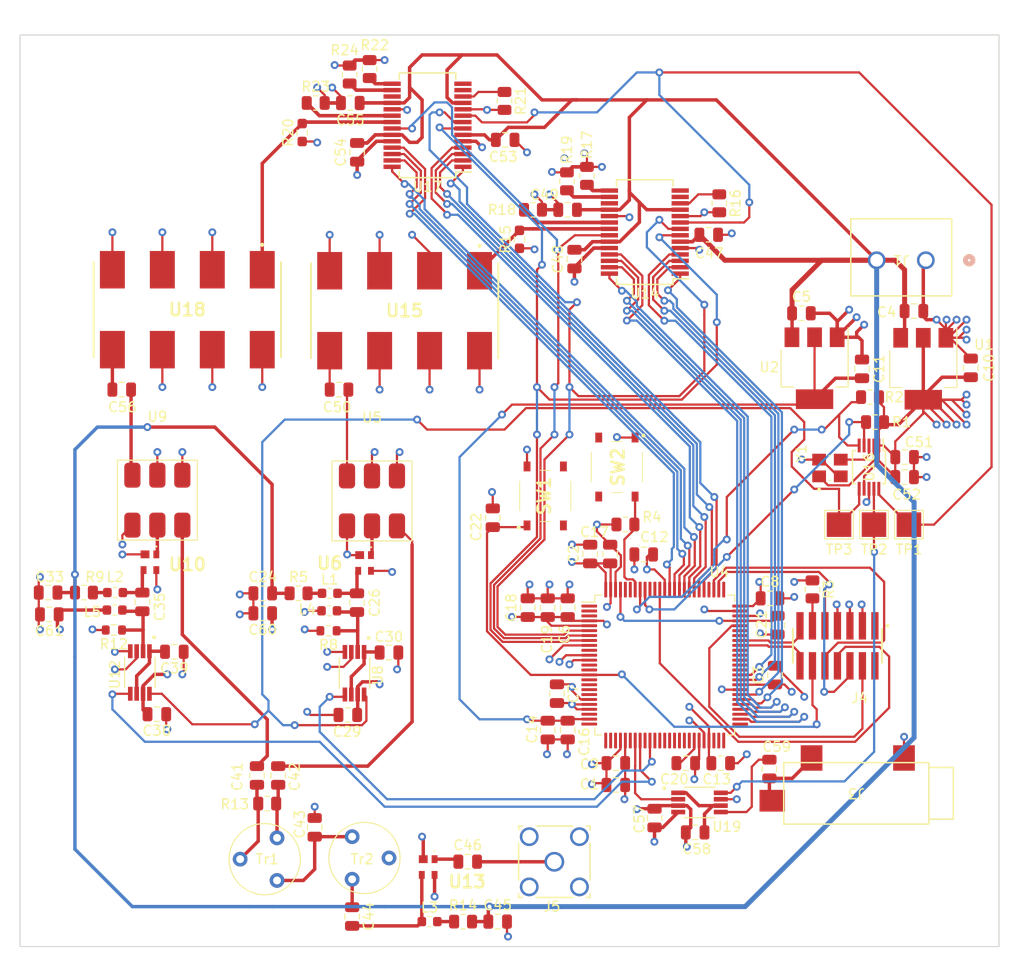
<source format=kicad_pcb>
(kicad_pcb (version 20221018) (generator pcbnew)

  (general
    (thickness 1.57884)
  )

  (paper "A4")
  (layers
    (0 "F.Cu" signal)
    (1 "In1.Cu" signal)
    (2 "In2.Cu" signal)
    (31 "B.Cu" signal)
    (32 "B.Adhes" user "B.Adhesive")
    (33 "F.Adhes" user "F.Adhesive")
    (34 "B.Paste" user)
    (35 "F.Paste" user)
    (36 "B.SilkS" user "B.Silkscreen")
    (37 "F.SilkS" user "F.Silkscreen")
    (38 "B.Mask" user)
    (39 "F.Mask" user)
    (40 "Dwgs.User" user "User.Drawings")
    (41 "Cmts.User" user "User.Comments")
    (42 "Eco1.User" user "User.Eco1")
    (43 "Eco2.User" user "User.Eco2")
    (44 "Edge.Cuts" user)
    (45 "Margin" user)
    (46 "B.CrtYd" user "B.Courtyard")
    (47 "F.CrtYd" user "F.Courtyard")
    (48 "B.Fab" user)
    (49 "F.Fab" user)
    (50 "User.1" user)
    (51 "User.2" user)
    (52 "User.3" user)
    (53 "User.4" user)
    (54 "User.5" user)
    (55 "User.6" user)
    (56 "User.7" user)
    (57 "User.8" user)
    (58 "User.9" user)
  )

  (setup
    (stackup
      (layer "F.SilkS" (type "Top Silk Screen"))
      (layer "F.Paste" (type "Top Solder Paste"))
      (layer "F.Mask" (type "Top Solder Mask") (thickness 0.01))
      (layer "F.Cu" (type "copper") (thickness 0.035))
      (layer "dielectric 1" (type "prepreg") (thickness 0.2104) (material "FR4") (epsilon_r 4.5) (loss_tangent 0.02))
      (layer "In1.Cu" (type "copper") (thickness 0.00152))
      (layer "dielectric 2" (type "core") (thickness 1.065) (material "FR4") (epsilon_r 4.5) (loss_tangent 0.02))
      (layer "In2.Cu" (type "copper") (thickness 0.00152))
      (layer "dielectric 3" (type "prepreg") (thickness 0.2104) (material "FR4") (epsilon_r 4.5) (loss_tangent 0.02))
      (layer "B.Cu" (type "copper") (thickness 0.035))
      (layer "B.Mask" (type "Bottom Solder Mask") (thickness 0.01))
      (layer "B.Paste" (type "Bottom Solder Paste"))
      (layer "B.SilkS" (type "Bottom Silk Screen"))
      (copper_finish "None")
      (dielectric_constraints yes)
    )
    (pad_to_mask_clearance 0)
    (pcbplotparams
      (layerselection 0x00010fc_ffffffff)
      (plot_on_all_layers_selection 0x0000000_00000000)
      (disableapertmacros false)
      (usegerberextensions false)
      (usegerberattributes true)
      (usegerberadvancedattributes true)
      (creategerberjobfile true)
      (dashed_line_dash_ratio 12.000000)
      (dashed_line_gap_ratio 3.000000)
      (svgprecision 4)
      (plotframeref false)
      (viasonmask false)
      (mode 1)
      (useauxorigin false)
      (hpglpennumber 1)
      (hpglpenspeed 20)
      (hpglpendiameter 15.000000)
      (dxfpolygonmode true)
      (dxfimperialunits true)
      (dxfusepcbnewfont true)
      (psnegative false)
      (psa4output false)
      (plotreference true)
      (plotvalue true)
      (plotinvisibletext false)
      (sketchpadsonfab false)
      (subtractmaskfromsilk false)
      (outputformat 1)
      (mirror false)
      (drillshape 1)
      (scaleselection 1)
      (outputdirectory "")
    )
  )

  (net 0 "")
  (net 1 "/frontend/MIX1")
  (net 2 "/frontend/MIX2")
  (net 3 "GND")
  (net 4 "+3.3V")
  (net 5 "+3.3VADC")
  (net 6 "+5V")
  (net 7 "/SIN")
  (net 8 "Net-(U18-RF_OUT)")
  (net 9 "/COS")
  (net 10 "/NRST")
  (net 11 "Net-(U19-COM)")
  (net 12 "/dac_processing/DAC_OUT")
  (net 13 "/TDI")
  (net 14 "/UART_RX")
  (net 15 "/UART_TX")
  (net 16 "Net-(L2-Pad2)")
  (net 17 "Net-(L3-Pad2)")
  (net 18 "/SDA")
  (net 19 "/SCL")
  (net 20 "Net-(U17-IOUT)")
  (net 21 "Net-(U17-RSET)")
  (net 22 "Net-(U17-VINN)")
  (net 23 "Net-(U17-IOUTB)")
  (net 24 "Net-(U17-VINP)")
  (net 25 "/BOOT0")
  (net 26 "/LO_CLK")
  (net 27 "/DAC_CLK")
  (net 28 "unconnected-(U4-PE2-Pad1)")
  (net 29 "unconnected-(U4-PE4-Pad2)")
  (net 30 "unconnected-(U4-PE5-Pad3)")
  (net 31 "/FQ_UD")
  (net 32 "/RESET")
  (net 33 "/W_CLK")
  (net 34 "unconnected-(U4-PC0-Pad16)")
  (net 35 "unconnected-(U4-PC1-Pad17)")
  (net 36 "unconnected-(U4-PC2_C-Pad18)")
  (net 37 "unconnected-(U4-PC3_C-Pad19)")
  (net 38 "unconnected-(U4-VREF+-Pad23)")
  (net 39 "unconnected-(U4-PA0-Pad25)")
  (net 40 "unconnected-(U4-PA1-Pad26)")
  (net 41 "unconnected-(U4-PA2-Pad27)")
  (net 42 "unconnected-(U4-PA3-Pad28)")
  (net 43 "unconnected-(U4-PA4-Pad31)")
  (net 44 "/DAC_IN")
  (net 45 "/ADC1")
  (net 46 "unconnected-(U4-PA7-Pad34)")
  (net 47 "/ADC2")
  (net 48 "unconnected-(U4-PC5-Pad36)")
  (net 49 "unconnected-(U4-PB0-Pad37)")
  (net 50 "unconnected-(U4-PB1-Pad38)")
  (net 51 "unconnected-(U4-PB2-Pad39)")
  (net 52 "unconnected-(U4-PE7-Pad40)")
  (net 53 "unconnected-(U4-PE8-Pad41)")
  (net 54 "unconnected-(U4-PB10-Pad42)")
  (net 55 "unconnected-(U4-PB11-Pad43)")
  (net 56 "unconnected-(U4-PB12-Pad48)")
  (net 57 "unconnected-(U4-PB13-Pad49)")
  (net 58 "unconnected-(U4-PB14-Pad50)")
  (net 59 "unconnected-(U4-PB15-Pad51)")
  (net 60 "/D07")
  (net 61 "/D06")
  (net 62 "/D05")
  (net 63 "/D04")
  (net 64 "/D03")
  (net 65 "/D02")
  (net 66 "/D01")
  (net 67 "/D00")
  (net 68 "unconnected-(U4-PC6-Pad62)")
  (net 69 "unconnected-(U4-PC7-Pad63)")
  (net 70 "unconnected-(U4-PC8-Pad64)")
  (net 71 "unconnected-(U4-PC9-Pad65)")
  (net 72 "unconnected-(U4-PA8-Pad66)")
  (net 73 "unconnected-(U4-PA11-Pad69)")
  (net 74 "unconnected-(U4-PA12-Pad70)")
  (net 75 "/TMS")
  (net 76 "unconnected-(U4-VDD33USB-Pad76)")
  (net 77 "/TCLK")
  (net 78 "unconnected-(U4-PC10-Pad79)")
  (net 79 "/D10")
  (net 80 "/D11")
  (net 81 "/D12")
  (net 82 "/D13")
  (net 83 "/D14")
  (net 84 "/D15")
  (net 85 "/D16")
  (net 86 "/D17")
  (net 87 "/TDO")
  (net 88 "unconnected-(U4-PB4(NJTRST)-Pad90)")
  (net 89 "unconnected-(U4-PB5-Pad91)")
  (net 90 "unconnected-(U4-PB8-Pad95)")
  (net 91 "unconnected-(U4-PB9-Pad96)")
  (net 92 "unconnected-(U17-VOUTN-Pad13)")
  (net 93 "unconnected-(U17-VOUTP-Pad14)")
  (net 94 "unconnected-(U17-DACBP-Pad17)")
  (net 95 "unconnected-(U4-VLXSMPS-Pad10)")
  (net 96 "Net-(C20-Pad1)")
  (net 97 "Net-(C21-Pad1)")
  (net 98 "Net-(U8-IN)")
  (net 99 "Net-(U6-OUT)")
  (net 100 "Net-(U8-COM)")
  (net 101 "Net-(U12-IN)")
  (net 102 "Net-(U10-OUT)")
  (net 103 "Net-(U12-COM)")
  (net 104 "Net-(C41-Pad2)")
  (net 105 "Net-(C42-Pad2)")
  (net 106 "Net-(C43-Pad1)")
  (net 107 "Net-(C44-Pad1)")
  (net 108 "Net-(U13-OUT)")
  (net 109 "Net-(U13-IN)")
  (net 110 "Net-(J5-In)")
  (net 111 "Net-(U15-RF_OUT)")
  (net 112 "unconnected-(J4-Pin_1-Pad1)")
  (net 113 "unconnected-(J4-Pin_2-Pad2)")
  (net 114 "Net-(J4-Pin_11)")
  (net 115 "Net-(L1-Pad2)")
  (net 116 "Net-(U14-IOUT)")
  (net 117 "Net-(U14-RSET)")
  (net 118 "Net-(U14-VINN)")
  (net 119 "Net-(U14-IOUTB)")
  (net 120 "Net-(U14-VINP)")
  (net 121 "Net-(U5-IF)")
  (net 122 "Net-(U10-IN)")
  (net 123 "unconnected-(U14-VOUTN-Pad13)")
  (net 124 "unconnected-(U14-VOUTP-Pad14)")
  (net 125 "unconnected-(U14-DACBP-Pad17)")
  (net 126 "Net-(U16-XA)")
  (net 127 "Net-(U16-XB)")
  (net 128 "Net-(C59-Pad2)")
  (net 129 "/MIXER_CLK")
  (net 130 "unconnected-(U4-PH1-Pad14)")
  (net 131 "unconnected-(U4-PH0-Pad13)")

  (footprint "Capacitor_SMD:C_0805_2012Metric" (layer "F.Cu") (at 204.708 77.356))

  (footprint "Capacitor_SMD:C_0805_2012Metric" (layer "F.Cu") (at 126.238 106.934 90))

  (footprint "Capacitor_SMD:C_0805_2012Metric" (layer "F.Cu") (at 127.712 118.354 180))

  (footprint "Capacitor_SMD:C_0805_2012Metric" (layer "F.Cu") (at 169.494816 119.967184 -90))

  (footprint "Resistor_SMD:R_0805_2012Metric" (layer "F.Cu") (at 120.2965 105.984 180))

  (footprint "Inductor_SMD:L_0603_1608Metric" (layer "F.Cu") (at 123.4185 107.762 180))

  (footprint "Capacitor_SMD:C_0805_2012Metric" (layer "F.Cu") (at 151.318 112.08 180))

  (footprint "TestPoint:TestPoint_Pad_2.5x2.5mm" (layer "F.Cu") (at 197.088 99.076 -90))

  (footprint "footprints:SCLF65" (layer "F.Cu") (at 152.908 77.3185 180))

  (footprint "Capacitor_SMD:C_0805_2012Metric" (layer "F.Cu") (at 182.45691 130.376184))

  (footprint "footprints:SCLF65" (layer "F.Cu") (at 130.81 77.215 180))

  (footprint "Capacitor_SMD:C_0805_2012Metric" (layer "F.Cu") (at 138.48 106.06 180))

  (footprint "Capacitor_SMD:C_0805_2012Metric" (layer "F.Cu") (at 174.386816 123.335184 180))

  (footprint "TestPoint:TestPoint_Pad_2.5x2.5mm" (layer "F.Cu") (at 200.644 99.076 -90))

  (footprint "Package_TO_SOT_SMD:SOT-223-3_TabPin2" (layer "F.Cu") (at 194.6 83.168 -90))

  (footprint "footprints:MAX7413CUA+" (layer "F.Cu") (at 125.984 114.112 -90))

  (footprint "Capacitor_SMD:C_0805_2012Metric" (layer "F.Cu") (at 129.49 112.004 180))

  (footprint "Capacitor_SMD:C_0805_2012Metric" (layer "F.Cu") (at 178.32691 128.918184 -90))

  (footprint "Package_QFP:LQFP-100_14x14mm_P0.5mm" (layer "F.Cu") (at 179.360816 113.357184))

  (footprint "Capacitor_SMD:C_0805_2012Metric" (layer "F.Cu") (at 169.484 67.058001))

  (footprint "Capacitor_SMD:C_0805_2012Metric" (layer "F.Cu") (at 203.758 92.21))

  (footprint "Capacitor_SMD:C_0805_2012Metric" (layer "F.Cu") (at 143.764 129.86 90))

  (footprint "Capacitor_SMD:C_0805_2012Metric" (layer "F.Cu") (at 183.835 69.597999))

  (footprint "Package_SO:MSOP-10_3x3mm_P0.5mm" (layer "F.Cu") (at 200.136 93.226 -90))

  (footprint "Capacitor_SMD:C_0805_2012Metric" (layer "F.Cu") (at 169.494816 107.521184 90))

  (footprint "Resistor_SMD:R_0603_1608Metric_Pad0.98x0.95mm_HandSolder" (layer "F.Cu") (at 164.592 70.05975 90))

  (footprint "Resistor_SMD:R_0805_2012Metric" (layer "F.Cu") (at 184.912 66.3975 -90))

  (footprint "footprints:CONN_RF2-04A-T-00-50-G_ADM" (layer "F.Cu") (at 168.1353 133.3627))

  (footprint "Capacitor_SMD:C_0805_2012Metric" (layer "F.Cu") (at 124.14 85.344))

  (footprint "Capacitor_SMD:C_0805_2012Metric" (layer "F.Cu") (at 168.402 116.266 -90))

  (footprint "Inductor_SMD:L_0603_1608Metric" (layer "F.Cu") (at 155.448 139.446))

  (footprint "Capacitor_SMD:C_0805_2012Metric" (layer "F.Cu") (at 162.372 139.446))

  (footprint "Capacitor_SMD:C_0805_2012Metric" (layer "F.Cu") (at 147.132 118.43))

  (footprint "Capacitor_SMD:C_0805_2012Metric" (layer "F.Cu") (at 203.758 94.242))

  (footprint "Resistor_SMD:R_0805_2012Metric" (layer "F.Cu") (at 163.068 55.9835 -90))

  (footprint "Capacitor_SMD:C_0805_2012Metric" (layer "F.Cu") (at 148.066 107.01 90))

  (footprint "Capacitor_SMD:C_0805_2012Metric" (layer "F.Cu") (at 177.226 102.108 180))

  (footprint "Capacitor_SMD:C_0805_2012Metric" (layer "F.Cu") (at 193.264 77.58))

  (footprint "footprints:XTAL_ABM8G-25.000MHZ-4Y-T3" (layer "F.Cu") (at 196.164 93.314 90))

  (footprint "Capacitor_SMD:C_0805_2012Metric" (layer "F.Cu") (at 210.484 83.132 90))

  (footprint "Capacitor_SMD:C_0805_2012Metric" (layer "F.Cu") (at 190.068816 106.571184))

  (footprint "Capacitor_SMD:C_0805_2012Metric" (layer "F.Cu") (at 147.573999 138.931937 -90))

  (footprint "Resistor_SMD:R_0805_2012Metric" (layer "F.Cu") (at 147.32 53.298501 90))

  (footprint "Capacitor_SMD:C_0805_2012Metric" (layer "F.Cu") (at 148.082 61.21 90))

  (footprint "Capacitor_SMD:C_0805_2012Metric" (layer "F.Cu") (at 181.498816 123.335184))

  (footprint "Resistor_SMD:R_0805_2012Metric" (layer "F.Cu")
    (tstamp 71ed4449-fe83-4be8-a55b-cf05764e1460)
    (at 171.45 63.605501 90)
    (descr "Resistor SMD 0805 (2012 Metric), square (rectangular) end terminal, IPC_7351 nominal, (Body size source: IPC-SM-782 page 72, https://www.pcb-3d.com/wordpress/wp-content/uploads/ipc-sm-782a_amendment_1_and_2.pdf), generated with kicad-footprint-generator")
    (tags "resistor")
    (property "Sheetfile" "local_oscillator.kicad_sch")
    (property "Sheetname" "LO1")
    (property "ki_description" "Resistor")
    (property "ki_keywords" "R res resistor")
    (path "/7ba80321-1d1d-4032-a2ce-d86c8a1f2486/427b9693-7305-490d-ad6c-da57f2d5bfff")
    (attr smd)
    (fp_text reference "R17" (at 3.153501 0 90) (layer "F.SilkS")
        (effects (font (size 1 1) (thickness 0.15)))
      (tstamp e47c6d36-bdb1-41ec-b55c-4666e9b756e2)
    )
    (fp_text value "1K" (at 0 1.65 90) (layer "F.Fab")
        (effects (font (size 1 1) (thickness 0.15)))
      (tstamp 97cbcb17-2d10-4f14-a423-2dfa757064e4)
    )
    (fp_text user "${REFERENCE}" (at 0 0 90) (layer "F.Fab")
        (effects (font (size 0.5 0.5) (thickness 0.08)))
      (tstamp f1cc9b8a-8069-4efa-ac8f-5997757c9d26)
    )
    (fp_line (start -0.227064 -0.735) (end 0.227064 -0.735)
      (stroke (width 0.12) (type solid)) (layer "F.SilkS") (tstamp 9912361c-d37c-4801-8855-bfb814641940))
    (fp_line (start -0.227064 0.735) (end 0.227064 0.735)
      (stroke (width 0.12) (type solid)) (layer "F.SilkS") (tstamp 3962a452-e271-43b2-b250-cd5b25dd0d18))
    (fp_line (start -1.68 -0.95) (end 1.68 -0.95)
      (stroke (width 0.05) (type solid)) (layer "F.CrtYd") (tstamp e3ebce0d-f84a-475e-8b3a-bb883f1f7681))
    (fp_line (start -1.68 0.95) (end -1.68 -0.95)
      (stroke (width 0.05) (type solid)) (layer "F.CrtYd") (tstamp a4c08b95-f129-49f7-9c72-94d740c16fbd))
    (fp_line (start 1.68 -0.95) (end 1.68 0.95)
      (stroke (width 0.05) (type solid)) (layer "F.CrtYd") (tstamp 29574a79-8566-4c65-8eae-3f4e879f4c4a))
    (fp_line (start 1.68 0.95) (end -1.68 0.95)
      (stroke (width 0.05) (type solid)) (layer "F.CrtYd") (tstamp 950752e9-f3
... [879147 chars truncated]
</source>
